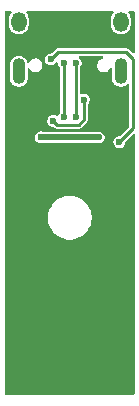
<source format=gbl>
G04 #@! TF.GenerationSoftware,KiCad,Pcbnew,9.0.1*
G04 #@! TF.CreationDate,2025-10-23T20:38:35-06:00*
G04 #@! TF.ProjectId,usbport,75736270-6f72-4742-9e6b-696361645f70,rev?*
G04 #@! TF.SameCoordinates,Original*
G04 #@! TF.FileFunction,Copper,L2,Bot*
G04 #@! TF.FilePolarity,Positive*
%FSLAX46Y46*%
G04 Gerber Fmt 4.6, Leading zero omitted, Abs format (unit mm)*
G04 Created by KiCad (PCBNEW 9.0.1) date 2025-10-23 20:38:35*
%MOMM*%
%LPD*%
G01*
G04 APERTURE LIST*
G04 Aperture macros list*
%AMRoundRect*
0 Rectangle with rounded corners*
0 $1 Rounding radius*
0 $2 $3 $4 $5 $6 $7 $8 $9 X,Y pos of 4 corners*
0 Add a 4 corners polygon primitive as box body*
4,1,4,$2,$3,$4,$5,$6,$7,$8,$9,$2,$3,0*
0 Add four circle primitives for the rounded corners*
1,1,$1+$1,$2,$3*
1,1,$1+$1,$4,$5*
1,1,$1+$1,$6,$7*
1,1,$1+$1,$8,$9*
0 Add four rect primitives between the rounded corners*
20,1,$1+$1,$2,$3,$4,$5,0*
20,1,$1+$1,$4,$5,$6,$7,0*
20,1,$1+$1,$6,$7,$8,$9,0*
20,1,$1+$1,$8,$9,$2,$3,0*%
G04 Aperture macros list end*
G04 #@! TA.AperFunction,ComponentPad*
%ADD10C,0.600000*%
G04 #@! TD*
G04 #@! TA.AperFunction,SMDPad,CuDef*
%ADD11RoundRect,0.100000X-0.625000X-0.900000X0.625000X-0.900000X0.625000X0.900000X-0.625000X0.900000X0*%
G04 #@! TD*
G04 #@! TA.AperFunction,ComponentPad*
%ADD12O,1.100000X2.200000*%
G04 #@! TD*
G04 #@! TA.AperFunction,ComponentPad*
%ADD13O,1.300000X1.700000*%
G04 #@! TD*
G04 #@! TA.AperFunction,ViaPad*
%ADD14C,0.600000*%
G04 #@! TD*
G04 #@! TA.AperFunction,Conductor*
%ADD15C,0.250000*%
G04 #@! TD*
G04 #@! TA.AperFunction,Conductor*
%ADD16C,0.500000*%
G04 #@! TD*
G04 APERTURE END LIST*
D10*
X89000000Y-104300000D03*
D11*
X89425000Y-105000000D03*
D10*
X89800000Y-104300000D03*
X89800000Y-105000000D03*
X89800000Y-105700000D03*
X94200000Y-104300000D03*
X94200000Y-105000000D03*
X94200000Y-105700000D03*
D11*
X94575000Y-105000000D03*
D10*
X94950000Y-104300000D03*
D12*
X96320000Y-78617500D03*
D13*
X96320000Y-74437500D03*
D12*
X87680000Y-78617500D03*
D13*
X87680000Y-74437500D03*
D14*
X92000000Y-74600000D03*
X92000000Y-85800000D03*
X90400000Y-99400000D03*
X95200000Y-81000000D03*
X89600000Y-86800000D03*
X94400000Y-86800000D03*
X88800000Y-81000000D03*
X87400000Y-84800000D03*
X90600000Y-82800000D03*
X91500000Y-82500000D03*
X93200000Y-81000000D03*
X91500000Y-77900000D03*
X92500000Y-82500000D03*
X92500000Y-77900000D03*
X89550000Y-84200000D03*
X94450000Y-84200000D03*
X96200000Y-84600000D03*
X90400000Y-77600000D03*
D15*
X92759298Y-83126000D02*
X93200000Y-82685298D01*
X91500000Y-77900000D02*
X91500000Y-82500000D01*
X90926000Y-83126000D02*
X92759298Y-83126000D01*
X93200000Y-82685298D02*
X93200000Y-81000000D01*
X90600000Y-82800000D02*
X90926000Y-83126000D01*
X92500000Y-77900000D02*
X92500000Y-82500000D01*
D16*
X89550000Y-84200000D02*
X94450000Y-84200000D01*
D15*
X91000000Y-77000000D02*
X90400000Y-77600000D01*
X96800000Y-77000000D02*
X91000000Y-77000000D01*
X96200000Y-84600000D02*
X97374000Y-83426000D01*
X97374000Y-77574000D02*
X96800000Y-77000000D01*
X97374000Y-83426000D02*
X97374000Y-77574000D01*
G04 #@! TA.AperFunction,Conductor*
G36*
X87033395Y-73519407D02*
G01*
X87069359Y-73568907D01*
X87069359Y-73630093D01*
X87045208Y-73669504D01*
X87019377Y-73695334D01*
X87019374Y-73695338D01*
X86926296Y-73834637D01*
X86862185Y-73989414D01*
X86862183Y-73989420D01*
X86829500Y-74153730D01*
X86829500Y-74721269D01*
X86862183Y-74885579D01*
X86862185Y-74885585D01*
X86926296Y-75040362D01*
X86926297Y-75040363D01*
X87019374Y-75179662D01*
X87137838Y-75298126D01*
X87277137Y-75391203D01*
X87431918Y-75455316D01*
X87596233Y-75488000D01*
X87596234Y-75488000D01*
X87763766Y-75488000D01*
X87763767Y-75488000D01*
X87928082Y-75455316D01*
X88082863Y-75391203D01*
X88222162Y-75298126D01*
X88340626Y-75179662D01*
X88433703Y-75040363D01*
X88497816Y-74885582D01*
X88530500Y-74721267D01*
X88530500Y-74153733D01*
X88497816Y-73989418D01*
X88433703Y-73834637D01*
X88340626Y-73695338D01*
X88314792Y-73669504D01*
X88287015Y-73614987D01*
X88296586Y-73554555D01*
X88339851Y-73511290D01*
X88384796Y-73500500D01*
X91934108Y-73500500D01*
X95615204Y-73500500D01*
X95673395Y-73519407D01*
X95709359Y-73568907D01*
X95709359Y-73630093D01*
X95685208Y-73669504D01*
X95659377Y-73695334D01*
X95659374Y-73695338D01*
X95566296Y-73834637D01*
X95502185Y-73989414D01*
X95502183Y-73989420D01*
X95469500Y-74153730D01*
X95469500Y-74721269D01*
X95502183Y-74885579D01*
X95502185Y-74885585D01*
X95566296Y-75040362D01*
X95566297Y-75040363D01*
X95659374Y-75179662D01*
X95777838Y-75298126D01*
X95917137Y-75391203D01*
X96071918Y-75455316D01*
X96236233Y-75488000D01*
X96236234Y-75488000D01*
X96403766Y-75488000D01*
X96403767Y-75488000D01*
X96568082Y-75455316D01*
X96722863Y-75391203D01*
X96862162Y-75298126D01*
X96980626Y-75179662D01*
X97073703Y-75040363D01*
X97137816Y-74885582D01*
X97170500Y-74721267D01*
X97170500Y-74153733D01*
X97137816Y-73989418D01*
X97073703Y-73834637D01*
X96980626Y-73695338D01*
X96954792Y-73669504D01*
X96927015Y-73614987D01*
X96936586Y-73554555D01*
X96979851Y-73511290D01*
X97024796Y-73500500D01*
X97400500Y-73500500D01*
X97458691Y-73519407D01*
X97494655Y-73568907D01*
X97499500Y-73599500D01*
X97499500Y-77000165D01*
X97480593Y-77058356D01*
X97431093Y-77094320D01*
X97369907Y-77094320D01*
X97330497Y-77070169D01*
X96999862Y-76739535D01*
X96999857Y-76739531D01*
X96925642Y-76696683D01*
X96925644Y-76696683D01*
X96893521Y-76688076D01*
X96842853Y-76674500D01*
X91042853Y-76674500D01*
X90957147Y-76674500D01*
X90906478Y-76688076D01*
X90874356Y-76696683D01*
X90800142Y-76739531D01*
X90800137Y-76739535D01*
X90469168Y-77070504D01*
X90414652Y-77098281D01*
X90399165Y-77099500D01*
X90334108Y-77099500D01*
X90256200Y-77120375D01*
X90206809Y-77133609D01*
X90092690Y-77199496D01*
X89999496Y-77292690D01*
X89933609Y-77406809D01*
X89920672Y-77455093D01*
X89899500Y-77534108D01*
X89899500Y-77665892D01*
X89917786Y-77734136D01*
X89933609Y-77793190D01*
X89999496Y-77907309D01*
X89999498Y-77907311D01*
X89999500Y-77907314D01*
X90092686Y-78000500D01*
X90092688Y-78000501D01*
X90092690Y-78000503D01*
X90206810Y-78066390D01*
X90206808Y-78066390D01*
X90206812Y-78066391D01*
X90206814Y-78066392D01*
X90334108Y-78100500D01*
X90334110Y-78100500D01*
X90465890Y-78100500D01*
X90465892Y-78100500D01*
X90593186Y-78066392D01*
X90593188Y-78066390D01*
X90593190Y-78066390D01*
X90707309Y-78000503D01*
X90707309Y-78000502D01*
X90707314Y-78000500D01*
X90800500Y-77907314D01*
X90814763Y-77882608D01*
X90860233Y-77841668D01*
X90921083Y-77835272D01*
X90974071Y-77865865D01*
X90998958Y-77921760D01*
X90999500Y-77932109D01*
X90999500Y-77965892D01*
X91026428Y-78066390D01*
X91033609Y-78093190D01*
X91099496Y-78207309D01*
X91099498Y-78207311D01*
X91099500Y-78207314D01*
X91145505Y-78253319D01*
X91173281Y-78307834D01*
X91174500Y-78323321D01*
X91174500Y-82076678D01*
X91155593Y-82134869D01*
X91145504Y-82146681D01*
X91099500Y-82192684D01*
X91099496Y-82192690D01*
X91033609Y-82306810D01*
X91033607Y-82306814D01*
X91028572Y-82325607D01*
X90995248Y-82376921D01*
X90938127Y-82398847D01*
X90883446Y-82385719D01*
X90793189Y-82333609D01*
X90793191Y-82333609D01*
X90743799Y-82320375D01*
X90665892Y-82299500D01*
X90534108Y-82299500D01*
X90456200Y-82320375D01*
X90406809Y-82333609D01*
X90292690Y-82399496D01*
X90199496Y-82492690D01*
X90133609Y-82606809D01*
X90133608Y-82606814D01*
X90099500Y-82734108D01*
X90099500Y-82865892D01*
X90124132Y-82957821D01*
X90133609Y-82993190D01*
X90199496Y-83107309D01*
X90199498Y-83107311D01*
X90199500Y-83107314D01*
X90292686Y-83200500D01*
X90292688Y-83200501D01*
X90292690Y-83200503D01*
X90406810Y-83266390D01*
X90406808Y-83266390D01*
X90406812Y-83266391D01*
X90406814Y-83266392D01*
X90534108Y-83300500D01*
X90599165Y-83300500D01*
X90657356Y-83319407D01*
X90669168Y-83329496D01*
X90726138Y-83386465D01*
X90800358Y-83429316D01*
X90800362Y-83429318D01*
X90883144Y-83451500D01*
X90883146Y-83451501D01*
X90883147Y-83451501D01*
X90974916Y-83451501D01*
X90974932Y-83451500D01*
X92802149Y-83451500D01*
X92802151Y-83451500D01*
X92884937Y-83429318D01*
X92884939Y-83429316D01*
X92884941Y-83429316D01*
X92959155Y-83386468D01*
X92959155Y-83386467D01*
X92959160Y-83386465D01*
X93399859Y-82945764D01*
X93399862Y-82945763D01*
X93460465Y-82885160D01*
X93494910Y-82825500D01*
X93503318Y-82810937D01*
X93525501Y-82728151D01*
X93525501Y-82642445D01*
X93525501Y-82636383D01*
X93525500Y-82636365D01*
X93525500Y-81423321D01*
X93544407Y-81365130D01*
X93554490Y-81353323D01*
X93600500Y-81307314D01*
X93666392Y-81193186D01*
X93700500Y-81065892D01*
X93700500Y-80934108D01*
X93666392Y-80806814D01*
X93666390Y-80806811D01*
X93666390Y-80806809D01*
X93600503Y-80692690D01*
X93600501Y-80692688D01*
X93600500Y-80692686D01*
X93507314Y-80599500D01*
X93507311Y-80599498D01*
X93507309Y-80599496D01*
X93393189Y-80533609D01*
X93393191Y-80533609D01*
X93343799Y-80520375D01*
X93265892Y-80499500D01*
X93134108Y-80499500D01*
X93021848Y-80529579D01*
X93006810Y-80533609D01*
X92973999Y-80552553D01*
X92914151Y-80565274D01*
X92858256Y-80540387D01*
X92827663Y-80487399D01*
X92825500Y-80466816D01*
X92825500Y-78323321D01*
X92844407Y-78265130D01*
X92854490Y-78253323D01*
X92900500Y-78207314D01*
X92900503Y-78207309D01*
X92966390Y-78093190D01*
X92966390Y-78093188D01*
X92966392Y-78093186D01*
X93000500Y-77965892D01*
X93000500Y-77834108D01*
X92966392Y-77706814D01*
X92966390Y-77706811D01*
X92966390Y-77706809D01*
X92900503Y-77592690D01*
X92900501Y-77592688D01*
X92900500Y-77592686D01*
X92807314Y-77499500D01*
X92807311Y-77499498D01*
X92802725Y-77494912D01*
X92804871Y-77492765D01*
X92777281Y-77452642D01*
X92778867Y-77391477D01*
X92816102Y-77342926D01*
X92872197Y-77325500D01*
X94758282Y-77325500D01*
X94816473Y-77344407D01*
X94852437Y-77393907D01*
X94852437Y-77455093D01*
X94816473Y-77504593D01*
X94783907Y-77520125D01*
X94716954Y-77538065D01*
X94667860Y-77551220D01*
X94536639Y-77626981D01*
X94429481Y-77734139D01*
X94353720Y-77865360D01*
X94348998Y-77882983D01*
X94314500Y-78011734D01*
X94314500Y-78163266D01*
X94338629Y-78253317D01*
X94353720Y-78309639D01*
X94429481Y-78440860D01*
X94429483Y-78440862D01*
X94429485Y-78440865D01*
X94536635Y-78548015D01*
X94536637Y-78548016D01*
X94536639Y-78548018D01*
X94667861Y-78623779D01*
X94667859Y-78623779D01*
X94667863Y-78623780D01*
X94667865Y-78623781D01*
X94814234Y-78663000D01*
X94814236Y-78663000D01*
X94965764Y-78663000D01*
X94965766Y-78663000D01*
X95112135Y-78623781D01*
X95112137Y-78623779D01*
X95112139Y-78623779D01*
X95243360Y-78548018D01*
X95243360Y-78548017D01*
X95243365Y-78548015D01*
X95350515Y-78440865D01*
X95384764Y-78381543D01*
X95430233Y-78340604D01*
X95491083Y-78334208D01*
X95544071Y-78364801D01*
X95568958Y-78420697D01*
X95569500Y-78431045D01*
X95569500Y-79241418D01*
X95598342Y-79386413D01*
X95654916Y-79522995D01*
X95737049Y-79645916D01*
X95841584Y-79750451D01*
X95964505Y-79832584D01*
X96101087Y-79889158D01*
X96246082Y-79918000D01*
X96246083Y-79918000D01*
X96393917Y-79918000D01*
X96393918Y-79918000D01*
X96538913Y-79889158D01*
X96675495Y-79832584D01*
X96798416Y-79750451D01*
X96879498Y-79669368D01*
X96934013Y-79641593D01*
X96994445Y-79651164D01*
X97037710Y-79694429D01*
X97048500Y-79739374D01*
X97048500Y-83250165D01*
X97029593Y-83308356D01*
X97019504Y-83320169D01*
X96269169Y-84070504D01*
X96214652Y-84098281D01*
X96199165Y-84099500D01*
X96134108Y-84099500D01*
X96056200Y-84120375D01*
X96006809Y-84133609D01*
X95892690Y-84199496D01*
X95799496Y-84292690D01*
X95733609Y-84406809D01*
X95733608Y-84406814D01*
X95699500Y-84534108D01*
X95699500Y-84665892D01*
X95708773Y-84700500D01*
X95733609Y-84793190D01*
X95799496Y-84907309D01*
X95799498Y-84907311D01*
X95799500Y-84907314D01*
X95892686Y-85000500D01*
X95892688Y-85000501D01*
X95892690Y-85000503D01*
X96006810Y-85066390D01*
X96006808Y-85066390D01*
X96006812Y-85066391D01*
X96006814Y-85066392D01*
X96134108Y-85100500D01*
X96134110Y-85100500D01*
X96265890Y-85100500D01*
X96265892Y-85100500D01*
X96393186Y-85066392D01*
X96393188Y-85066390D01*
X96393190Y-85066390D01*
X96507309Y-85000503D01*
X96507309Y-85000502D01*
X96507314Y-85000500D01*
X96600500Y-84907314D01*
X96666392Y-84793186D01*
X96700500Y-84665892D01*
X96700500Y-84600834D01*
X96719407Y-84542643D01*
X96729496Y-84530830D01*
X97330496Y-83929830D01*
X97385013Y-83902053D01*
X97445445Y-83911624D01*
X97488710Y-83954889D01*
X97499500Y-83999834D01*
X97499500Y-105900500D01*
X97480593Y-105958691D01*
X97431093Y-105994655D01*
X97400500Y-105999500D01*
X86599500Y-105999500D01*
X86541309Y-105980593D01*
X86505345Y-105931093D01*
X86500500Y-105900500D01*
X86500500Y-90878710D01*
X90149500Y-90878710D01*
X90149500Y-91121289D01*
X90181161Y-91361781D01*
X90181161Y-91361786D01*
X90243944Y-91596092D01*
X90243948Y-91596105D01*
X90336772Y-91820204D01*
X90336774Y-91820208D01*
X90336776Y-91820212D01*
X90458064Y-92030289D01*
X90458066Y-92030292D01*
X90605729Y-92222731D01*
X90605731Y-92222733D01*
X90605735Y-92222738D01*
X90777262Y-92394265D01*
X90777266Y-92394268D01*
X90777268Y-92394270D01*
X90969707Y-92541933D01*
X90969711Y-92541936D01*
X91179788Y-92663224D01*
X91403900Y-92756054D01*
X91638211Y-92818838D01*
X91878712Y-92850500D01*
X91878713Y-92850500D01*
X92121287Y-92850500D01*
X92121288Y-92850500D01*
X92361789Y-92818838D01*
X92596100Y-92756054D01*
X92820212Y-92663224D01*
X93030289Y-92541936D01*
X93222738Y-92394265D01*
X93394265Y-92222738D01*
X93541936Y-92030289D01*
X93663224Y-91820212D01*
X93756054Y-91596100D01*
X93818838Y-91361789D01*
X93850500Y-91121288D01*
X93850500Y-90878712D01*
X93818838Y-90638211D01*
X93756054Y-90403900D01*
X93663224Y-90179788D01*
X93541936Y-89969711D01*
X93394265Y-89777262D01*
X93222738Y-89605735D01*
X93222733Y-89605731D01*
X93222731Y-89605729D01*
X93030292Y-89458066D01*
X93030289Y-89458064D01*
X92820212Y-89336776D01*
X92820208Y-89336774D01*
X92820204Y-89336772D01*
X92596105Y-89243948D01*
X92596104Y-89243947D01*
X92596100Y-89243946D01*
X92361789Y-89181162D01*
X92361786Y-89181161D01*
X92361784Y-89181161D01*
X92121289Y-89149500D01*
X92121288Y-89149500D01*
X91878712Y-89149500D01*
X91878710Y-89149500D01*
X91638218Y-89181161D01*
X91638213Y-89181161D01*
X91403907Y-89243944D01*
X91403894Y-89243948D01*
X91179795Y-89336772D01*
X90969707Y-89458066D01*
X90777268Y-89605729D01*
X90605729Y-89777268D01*
X90458066Y-89969707D01*
X90336772Y-90179795D01*
X90243948Y-90403894D01*
X90243944Y-90403907D01*
X90181161Y-90638213D01*
X90181161Y-90638218D01*
X90149500Y-90878710D01*
X86500500Y-90878710D01*
X86500500Y-84134108D01*
X89049500Y-84134108D01*
X89049500Y-84265892D01*
X89079579Y-84378151D01*
X89083609Y-84393190D01*
X89149496Y-84507309D01*
X89149498Y-84507311D01*
X89149500Y-84507314D01*
X89242686Y-84600500D01*
X89242688Y-84600501D01*
X89242690Y-84600503D01*
X89356810Y-84666390D01*
X89356808Y-84666390D01*
X89356812Y-84666391D01*
X89356814Y-84666392D01*
X89484108Y-84700500D01*
X89484110Y-84700500D01*
X89615890Y-84700500D01*
X89615892Y-84700500D01*
X89743186Y-84666392D01*
X89747741Y-84663761D01*
X89797239Y-84650500D01*
X94202761Y-84650500D01*
X94252258Y-84663761D01*
X94256814Y-84666392D01*
X94384108Y-84700500D01*
X94384110Y-84700500D01*
X94515890Y-84700500D01*
X94515892Y-84700500D01*
X94643186Y-84666392D01*
X94643188Y-84666390D01*
X94643190Y-84666390D01*
X94757309Y-84600503D01*
X94757309Y-84600502D01*
X94757314Y-84600500D01*
X94850500Y-84507314D01*
X94916392Y-84393186D01*
X94950500Y-84265892D01*
X94950500Y-84134108D01*
X94916392Y-84006814D01*
X94916390Y-84006811D01*
X94916390Y-84006809D01*
X94850503Y-83892690D01*
X94850501Y-83892688D01*
X94850500Y-83892686D01*
X94757314Y-83799500D01*
X94757311Y-83799498D01*
X94757309Y-83799496D01*
X94643189Y-83733609D01*
X94643191Y-83733609D01*
X94593799Y-83720375D01*
X94515892Y-83699500D01*
X94384108Y-83699500D01*
X94299245Y-83722238D01*
X94256813Y-83733608D01*
X94252259Y-83736238D01*
X94202761Y-83749500D01*
X89797239Y-83749500D01*
X89747741Y-83736238D01*
X89743186Y-83733608D01*
X89615892Y-83699500D01*
X89484108Y-83699500D01*
X89406200Y-83720375D01*
X89356809Y-83733609D01*
X89242690Y-83799496D01*
X89149496Y-83892690D01*
X89083609Y-84006809D01*
X89083608Y-84006814D01*
X89049500Y-84134108D01*
X86500500Y-84134108D01*
X86500500Y-77993582D01*
X86929500Y-77993582D01*
X86929500Y-79241418D01*
X86958342Y-79386413D01*
X87014916Y-79522995D01*
X87097049Y-79645916D01*
X87201584Y-79750451D01*
X87324505Y-79832584D01*
X87461087Y-79889158D01*
X87606082Y-79918000D01*
X87606083Y-79918000D01*
X87753917Y-79918000D01*
X87753918Y-79918000D01*
X87898913Y-79889158D01*
X88035495Y-79832584D01*
X88158416Y-79750451D01*
X88262951Y-79645916D01*
X88345084Y-79522995D01*
X88401658Y-79386413D01*
X88430500Y-79241418D01*
X88430500Y-78431045D01*
X88449407Y-78372854D01*
X88498907Y-78336890D01*
X88560093Y-78336890D01*
X88609593Y-78372854D01*
X88615231Y-78381537D01*
X88649485Y-78440865D01*
X88756635Y-78548015D01*
X88756637Y-78548016D01*
X88756639Y-78548018D01*
X88887861Y-78623779D01*
X88887859Y-78623779D01*
X88887863Y-78623780D01*
X88887865Y-78623781D01*
X89034234Y-78663000D01*
X89034236Y-78663000D01*
X89185764Y-78663000D01*
X89185766Y-78663000D01*
X89332135Y-78623781D01*
X89332137Y-78623779D01*
X89332139Y-78623779D01*
X89463360Y-78548018D01*
X89463360Y-78548017D01*
X89463365Y-78548015D01*
X89570515Y-78440865D01*
X89604764Y-78381545D01*
X89646279Y-78309639D01*
X89646279Y-78309637D01*
X89646281Y-78309635D01*
X89685500Y-78163266D01*
X89685500Y-78011734D01*
X89646281Y-77865365D01*
X89646279Y-77865362D01*
X89646279Y-77865360D01*
X89570518Y-77734139D01*
X89570516Y-77734137D01*
X89570515Y-77734135D01*
X89463365Y-77626985D01*
X89463362Y-77626983D01*
X89463360Y-77626981D01*
X89332138Y-77551220D01*
X89332140Y-77551220D01*
X89268275Y-77534108D01*
X89185766Y-77512000D01*
X89034234Y-77512000D01*
X88951725Y-77534108D01*
X88887860Y-77551220D01*
X88756639Y-77626981D01*
X88649481Y-77734139D01*
X88577956Y-77858024D01*
X88532486Y-77898965D01*
X88471636Y-77905360D01*
X88418648Y-77874768D01*
X88400756Y-77846409D01*
X88354251Y-77734136D01*
X88345084Y-77712005D01*
X88262951Y-77589084D01*
X88158416Y-77484549D01*
X88035495Y-77402416D01*
X88035493Y-77402415D01*
X87898914Y-77345842D01*
X87753918Y-77317000D01*
X87606082Y-77317000D01*
X87606081Y-77317000D01*
X87461085Y-77345842D01*
X87324506Y-77402415D01*
X87201585Y-77484548D01*
X87097048Y-77589085D01*
X87014915Y-77712006D01*
X86958342Y-77848585D01*
X86941728Y-77932109D01*
X86929500Y-77993582D01*
X86500500Y-77993582D01*
X86500500Y-73599500D01*
X86519407Y-73541309D01*
X86568907Y-73505345D01*
X86599500Y-73500500D01*
X86975204Y-73500500D01*
X87033395Y-73519407D01*
G37*
G04 #@! TD.AperFunction*
M02*

</source>
